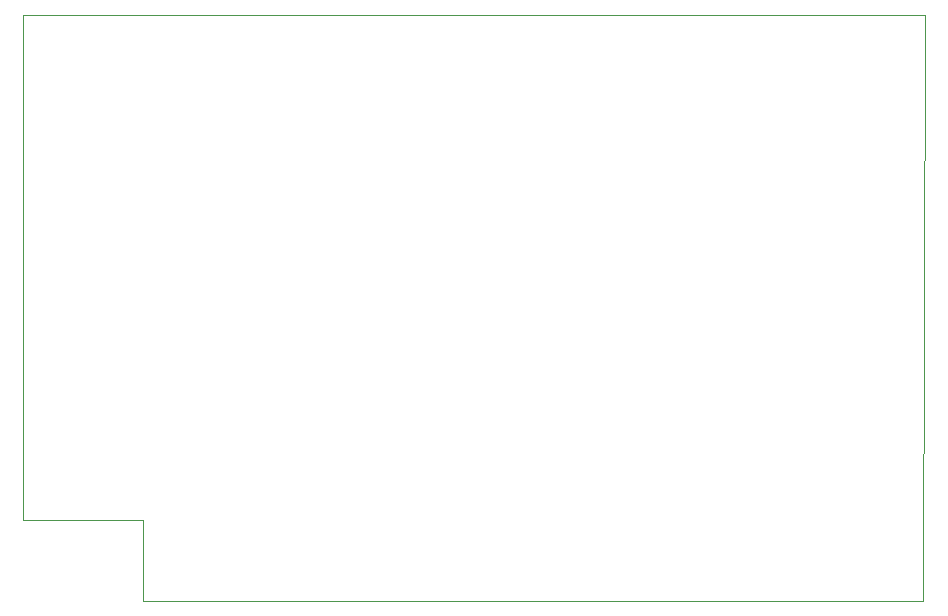
<source format=gm1>
G04 #@! TF.GenerationSoftware,KiCad,Pcbnew,(6.0.0-rc1-dev-1030-g80d50d98b)*
G04 #@! TF.CreationDate,2018-11-08T14:33:05-07:00*
G04 #@! TF.ProjectId,airmed_board_v1.0,6169726D65645F626F6172645F76312E,rev?*
G04 #@! TF.SameCoordinates,Original*
G04 #@! TF.FileFunction,Profile,NP*
%FSLAX46Y46*%
G04 Gerber Fmt 4.6, Leading zero omitted, Abs format (unit mm)*
G04 Created by KiCad (PCBNEW (6.0.0-rc1-dev-1030-g80d50d98b)) date Thursday, November 08, 2018 at 02:33:05 PM*
%MOMM*%
%LPD*%
G01*
G04 APERTURE LIST*
%ADD10C,0.050000*%
G04 APERTURE END LIST*
D10*
X113618000Y-110578000D02*
X113618000Y-117436000D01*
X103458000Y-110603400D02*
X113618000Y-110578000D01*
X179658000Y-117436000D02*
X179848500Y-67804400D01*
X113618000Y-117436000D02*
X179658000Y-117436000D01*
X103458000Y-67834400D02*
X103458000Y-110603400D01*
X179848500Y-67804400D02*
X103458000Y-67834400D01*
M02*

</source>
